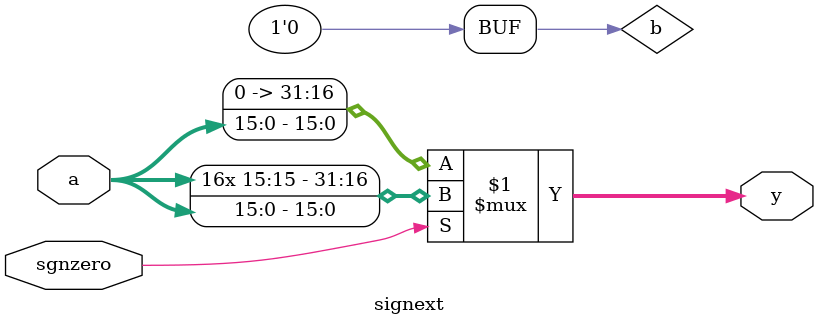
<source format=v>
module signext(
input  [15:0] a,
input sgnzero,
output [31:0] y
);

wire b = 16'd0;

assign y = sgnzero ? {{16{a[15]}}, a} : {b, a};

endmodule

</source>
